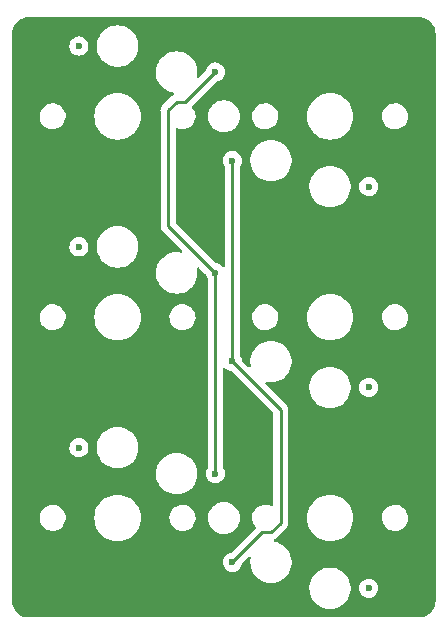
<source format=gbr>
%TF.GenerationSoftware,KiCad,Pcbnew,7.0.6-0*%
%TF.CreationDate,2023-08-01T13:24:21+08:00*%
%TF.ProjectId,thumb,7468756d-622e-46b6-9963-61645f706362,v1.0.0*%
%TF.SameCoordinates,Original*%
%TF.FileFunction,Copper,L1,Top*%
%TF.FilePolarity,Positive*%
%FSLAX46Y46*%
G04 Gerber Fmt 4.6, Leading zero omitted, Abs format (unit mm)*
G04 Created by KiCad (PCBNEW 7.0.6-0) date 2023-08-01 13:24:21*
%MOMM*%
%LPD*%
G01*
G04 APERTURE LIST*
%TA.AperFunction,ComponentPad*%
%ADD10C,0.600000*%
%TD*%
%TA.AperFunction,Conductor*%
%ADD11C,0.250000*%
%TD*%
G04 APERTURE END LIST*
D10*
%TO.P,S1,3*%
%TO.N,C5_R0D*%
X21275000Y28050000D03*
%TO.P,S1,4*%
%TO.N,C5*%
X9725000Y30250000D03*
%TD*%
%TO.P,S2,3*%
%TO.N,C5_R1D*%
X21275000Y11050000D03*
%TO.P,S2,4*%
%TO.N,C5*%
X9725000Y13250000D03*
%TD*%
%TO.P,S3,3*%
%TO.N,C5_R2D*%
X21275000Y-5950000D03*
%TO.P,S3,4*%
%TO.N,C5*%
X9725000Y-3750000D03*
%TD*%
%TO.P,S4,3*%
%TO.N,C6_R0D*%
X-3275000Y39950000D03*
%TO.P,S4,4*%
%TO.N,C6*%
X8275000Y37750000D03*
%TD*%
%TO.P,S5,3*%
%TO.N,C6_R1D*%
X-3275000Y22950000D03*
%TO.P,S5,4*%
%TO.N,C6*%
X8275000Y20750000D03*
%TD*%
%TO.P,S6,3*%
%TO.N,C6_R2D*%
X-3275000Y5950000D03*
%TO.P,S6,4*%
%TO.N,C6*%
X8275000Y3750000D03*
%TD*%
D11*
%TO.N,C5*%
X13800000Y9175000D02*
X9725000Y13250000D01*
X13007784Y-1225900D02*
X13800000Y-433684D01*
X13800000Y-433684D02*
X13800000Y9175000D01*
X9725000Y-3750000D02*
X12249100Y-1225900D01*
X12249100Y-1225900D02*
X13007784Y-1225900D01*
X9725000Y13250000D02*
X9725000Y30250000D01*
%TO.N,C6*%
X8275000Y20750000D02*
X8275000Y3750000D01*
X4274100Y34507784D02*
X4274100Y24750900D01*
X8275000Y37750000D02*
X5750900Y35225900D01*
X5750900Y35225900D02*
X4992216Y35225900D01*
X4992216Y35225900D02*
X4274100Y34507784D01*
X4274100Y24750900D02*
X8275000Y20750000D01*
%TD*%
%TA.AperFunction,NonConductor*%
G36*
X25502427Y42424309D02*
G01*
X25713113Y42407727D01*
X25732331Y42404683D01*
X25930705Y42357058D01*
X25949211Y42351045D01*
X26137694Y42272972D01*
X26155031Y42264139D01*
X26328981Y42157543D01*
X26344722Y42146106D01*
X26499859Y42013606D01*
X26513606Y41999859D01*
X26641029Y41850665D01*
X26646106Y41844722D01*
X26657543Y41828981D01*
X26764139Y41655031D01*
X26772972Y41637694D01*
X26851045Y41449211D01*
X26857058Y41430705D01*
X26904683Y41232331D01*
X26907727Y41213113D01*
X26924308Y41002425D01*
X26924499Y40997559D01*
X26924500Y-6975468D01*
X26924500Y-6997559D01*
X26924309Y-7002426D01*
X26907727Y-7213113D01*
X26904683Y-7232331D01*
X26857058Y-7430705D01*
X26851045Y-7449211D01*
X26772972Y-7637694D01*
X26764139Y-7655031D01*
X26657543Y-7828981D01*
X26646105Y-7844722D01*
X26513606Y-7999859D01*
X26499859Y-8013606D01*
X26350665Y-8141029D01*
X26344722Y-8146106D01*
X26328981Y-8157543D01*
X26155031Y-8264139D01*
X26137694Y-8272972D01*
X25949211Y-8351045D01*
X25930705Y-8357058D01*
X25732331Y-8404683D01*
X25713113Y-8407727D01*
X25502427Y-8424309D01*
X25497560Y-8424500D01*
X-7497560Y-8424500D01*
X-7502427Y-8424309D01*
X-7713113Y-8407727D01*
X-7732331Y-8404683D01*
X-7930705Y-8357058D01*
X-7949211Y-8351045D01*
X-8137694Y-8272972D01*
X-8155031Y-8264138D01*
X-8328977Y-8157543D01*
X-8344719Y-8146106D01*
X-8499852Y-8013610D01*
X-8513610Y-7999852D01*
X-8646106Y-7844719D01*
X-8657543Y-7828977D01*
X-8764138Y-7655031D01*
X-8772972Y-7637694D01*
X-8851045Y-7449211D01*
X-8857058Y-7430705D01*
X-8904683Y-7232331D01*
X-8907727Y-7213113D01*
X-8924309Y-7002426D01*
X-8924500Y-6997559D01*
X-8924500Y-6081187D01*
X16249500Y-6081187D01*
X16257016Y-6131047D01*
X16288604Y-6340615D01*
X16288605Y-6340617D01*
X16288606Y-6340623D01*
X16365938Y-6591326D01*
X16479767Y-6827696D01*
X16479768Y-6827697D01*
X16479770Y-6827700D01*
X16479772Y-6827704D01*
X16597242Y-7000000D01*
X16627567Y-7044479D01*
X16806014Y-7236801D01*
X16806018Y-7236804D01*
X16806019Y-7236805D01*
X17011143Y-7400386D01*
X17238357Y-7531568D01*
X17482584Y-7627420D01*
X17738370Y-7685802D01*
X17738376Y-7685802D01*
X17738379Y-7685803D01*
X17934500Y-7700500D01*
X17934506Y-7700500D01*
X18065500Y-7700500D01*
X18261620Y-7685803D01*
X18261622Y-7685802D01*
X18261630Y-7685802D01*
X18517416Y-7627420D01*
X18761643Y-7531568D01*
X18988857Y-7400386D01*
X19193981Y-7236805D01*
X19198133Y-7232331D01*
X19233945Y-7193733D01*
X19372433Y-7044479D01*
X19520228Y-6827704D01*
X19634063Y-6591323D01*
X19711396Y-6340615D01*
X19750500Y-6081182D01*
X19750500Y-5950003D01*
X20461384Y-5950003D01*
X20481781Y-6131041D01*
X20481782Y-6131046D01*
X20522949Y-6248693D01*
X20541957Y-6303015D01*
X20638889Y-6457281D01*
X20767719Y-6586111D01*
X20921985Y-6683043D01*
X21093953Y-6743217D01*
X21093958Y-6743218D01*
X21274996Y-6763616D01*
X21275000Y-6763616D01*
X21275004Y-6763616D01*
X21456041Y-6743218D01*
X21456044Y-6743217D01*
X21456047Y-6743217D01*
X21628015Y-6683043D01*
X21782281Y-6586111D01*
X21911111Y-6457281D01*
X22008043Y-6303015D01*
X22068217Y-6131047D01*
X22073835Y-6081187D01*
X22088616Y-5950003D01*
X22088616Y-5949996D01*
X22068218Y-5768958D01*
X22068217Y-5768953D01*
X22068216Y-5768953D01*
X22008043Y-5596985D01*
X21911111Y-5442719D01*
X21782281Y-5313889D01*
X21628015Y-5216957D01*
X21573693Y-5197949D01*
X21456046Y-5156782D01*
X21456041Y-5156781D01*
X21275004Y-5136384D01*
X21274996Y-5136384D01*
X21093958Y-5156781D01*
X21093953Y-5156782D01*
X20921982Y-5216958D01*
X20767718Y-5313889D01*
X20638889Y-5442718D01*
X20541958Y-5596982D01*
X20481782Y-5768953D01*
X20481781Y-5768958D01*
X20461384Y-5949996D01*
X20461384Y-5950003D01*
X19750500Y-5950003D01*
X19750500Y-5818818D01*
X19711396Y-5559385D01*
X19634063Y-5308677D01*
X19622121Y-5283880D01*
X19520232Y-5072303D01*
X19520231Y-5072302D01*
X19520230Y-5072301D01*
X19520228Y-5072296D01*
X19372433Y-4855521D01*
X19362188Y-4844479D01*
X19193985Y-4663198D01*
X19149467Y-4627696D01*
X18988857Y-4499614D01*
X18761643Y-4368432D01*
X18517416Y-4272580D01*
X18517411Y-4272578D01*
X18517402Y-4272576D01*
X18299818Y-4222914D01*
X18261630Y-4214198D01*
X18261629Y-4214197D01*
X18261625Y-4214197D01*
X18261620Y-4214196D01*
X18065500Y-4199500D01*
X18065494Y-4199500D01*
X17934506Y-4199500D01*
X17934500Y-4199500D01*
X17738379Y-4214196D01*
X17738374Y-4214197D01*
X17482597Y-4272576D01*
X17482578Y-4272582D01*
X17238356Y-4368432D01*
X17011143Y-4499614D01*
X16806014Y-4663198D01*
X16627567Y-4855520D01*
X16479768Y-5072302D01*
X16479767Y-5072303D01*
X16365938Y-5308673D01*
X16288606Y-5559376D01*
X16288605Y-5559381D01*
X16288604Y-5559385D01*
X16282937Y-5596982D01*
X16249500Y-5818812D01*
X16249500Y-6081187D01*
X-8924500Y-6081187D01*
X-8924500Y52645D01*
X-6605157Y52645D01*
X-6595148Y-157459D01*
X-6545558Y-361871D01*
X-6458179Y-553205D01*
X-6449651Y-565181D01*
X-6344606Y-712697D01*
X-6336169Y-724544D01*
X-6183937Y-869697D01*
X-6006986Y-983416D01*
X-5811712Y-1061593D01*
X-5646479Y-1093438D01*
X-5605172Y-1101400D01*
X-5605171Y-1101400D01*
X-5447539Y-1101400D01*
X-5447532Y-1101400D01*
X-5290611Y-1086416D01*
X-5088789Y-1027156D01*
X-4901830Y-930771D01*
X-4736490Y-800747D01*
X-4598745Y-641781D01*
X-4598743Y-641777D01*
X-4598740Y-641774D01*
X-4493574Y-459620D01*
X-4424779Y-260851D01*
X-4424778Y-260844D01*
X-4394843Y-52645D01*
X-4397351Y0D01*
X-1970019Y0D01*
X-1949967Y-280363D01*
X-1890219Y-555018D01*
X-1791992Y-818375D01*
X-1657285Y-1065073D01*
X-1488841Y-1290088D01*
X-1290088Y-1488841D01*
X-1065073Y-1657285D01*
X-818375Y-1791992D01*
X-555018Y-1890219D01*
X-280363Y-1949967D01*
X-70175Y-1965000D01*
X70175Y-1965000D01*
X280363Y-1949967D01*
X555018Y-1890219D01*
X818375Y-1791992D01*
X1065073Y-1657285D01*
X1290088Y-1488841D01*
X1488841Y-1290088D01*
X1657285Y-1065073D01*
X1791992Y-818375D01*
X1890219Y-555018D01*
X1949967Y-280363D01*
X1970019Y0D01*
X1966254Y52645D01*
X4394843Y52645D01*
X4404852Y-157459D01*
X4454442Y-361871D01*
X4499082Y-459619D01*
X4541820Y-553204D01*
X4541824Y-553210D01*
X4663826Y-724539D01*
X4663831Y-724544D01*
X4816063Y-869697D01*
X4993014Y-983416D01*
X5188288Y-1061593D01*
X5317084Y-1086416D01*
X5394828Y-1101400D01*
X5394829Y-1101400D01*
X5552461Y-1101400D01*
X5552468Y-1101400D01*
X5709389Y-1086416D01*
X5911211Y-1027156D01*
X6098170Y-930771D01*
X6263510Y-800747D01*
X6401255Y-641781D01*
X6506426Y-459619D01*
X6575222Y-260846D01*
X6605157Y-52645D01*
X6602649Y0D01*
X7644341Y0D01*
X7664936Y-235403D01*
X7664938Y-235413D01*
X7726094Y-463655D01*
X7726096Y-463659D01*
X7726097Y-463663D01*
X7767854Y-553210D01*
X7825964Y-677828D01*
X7825965Y-677830D01*
X7961505Y-871402D01*
X8128597Y-1038494D01*
X8322169Y-1174034D01*
X8322171Y-1174035D01*
X8536337Y-1273903D01*
X8764592Y-1335063D01*
X8941034Y-1350500D01*
X9058966Y-1350500D01*
X9235408Y-1335063D01*
X9463663Y-1273903D01*
X9677829Y-1174035D01*
X9871401Y-1038495D01*
X10038495Y-871401D01*
X10174035Y-677830D01*
X10273903Y-463663D01*
X10335063Y-235408D01*
X10355659Y0D01*
X10335063Y235408D01*
X10273903Y463663D01*
X10174035Y677829D01*
X10038495Y871401D01*
X9871401Y1038495D01*
X9677829Y1174035D01*
X9463663Y1273903D01*
X9235408Y1335063D01*
X9058966Y1350500D01*
X8941034Y1350500D01*
X8764592Y1335063D01*
X8536337Y1273903D01*
X8322171Y1174035D01*
X8322169Y1174034D01*
X8128597Y1038494D01*
X8020875Y930771D01*
X7961505Y871401D01*
X7960310Y869694D01*
X7825967Y677834D01*
X7825965Y677830D01*
X7726097Y463663D01*
X7726096Y463659D01*
X7726094Y463655D01*
X7664938Y235413D01*
X7664936Y235403D01*
X7644341Y0D01*
X6602649Y0D01*
X6595148Y157459D01*
X6545558Y361871D01*
X6458179Y553205D01*
X6395101Y641785D01*
X6336173Y724539D01*
X6336171Y724540D01*
X6336169Y724544D01*
X6183937Y869697D01*
X6006986Y983416D01*
X5811712Y1061593D01*
X5646479Y1093438D01*
X5605172Y1101400D01*
X5605171Y1101400D01*
X5447532Y1101400D01*
X5290611Y1086416D01*
X5088789Y1027156D01*
X4901830Y930771D01*
X4736490Y800747D01*
X4598745Y641781D01*
X4598743Y641777D01*
X4598740Y641774D01*
X4493574Y459620D01*
X4424779Y260851D01*
X4424778Y260847D01*
X4424778Y260846D01*
X4394843Y52645D01*
X1966254Y52645D01*
X1949967Y280363D01*
X1890219Y555018D01*
X1791992Y818375D01*
X1657285Y1065073D01*
X1488841Y1290088D01*
X1290088Y1488841D01*
X1065073Y1657285D01*
X818375Y1791992D01*
X555018Y1890219D01*
X280363Y1949967D01*
X70175Y1965000D01*
X-70175Y1965000D01*
X-280363Y1949967D01*
X-555018Y1890219D01*
X-818375Y1791992D01*
X-1065073Y1657285D01*
X-1290088Y1488841D01*
X-1488841Y1290088D01*
X-1657285Y1065073D01*
X-1791992Y818375D01*
X-1890219Y555018D01*
X-1949967Y280363D01*
X-1970019Y0D01*
X-4397351Y0D01*
X-4404852Y157459D01*
X-4454442Y361871D01*
X-4509229Y481839D01*
X-4541820Y553204D01*
X-4541824Y553210D01*
X-4663826Y724539D01*
X-4663832Y724545D01*
X-4816060Y869694D01*
X-4816063Y869697D01*
X-4993014Y983416D01*
X-5188288Y1061593D01*
X-5343193Y1091448D01*
X-5394828Y1101400D01*
X-5394829Y1101400D01*
X-5552468Y1101400D01*
X-5709389Y1086416D01*
X-5911211Y1027156D01*
X-6098170Y930771D01*
X-6263510Y800747D01*
X-6401255Y641781D01*
X-6506426Y459619D01*
X-6575222Y260846D01*
X-6605157Y52645D01*
X-8924500Y52645D01*
X-8924500Y3618812D01*
X3249500Y3618812D01*
X3273853Y3457247D01*
X3288604Y3359385D01*
X3288605Y3359382D01*
X3288606Y3359376D01*
X3365938Y3108673D01*
X3479767Y2872303D01*
X3479768Y2872302D01*
X3627567Y2655520D01*
X3806014Y2463198D01*
X4011143Y2299614D01*
X4238356Y2168432D01*
X4482578Y2072582D01*
X4482597Y2072576D01*
X4738374Y2014197D01*
X4738379Y2014196D01*
X4934500Y1999500D01*
X4934506Y1999500D01*
X5065500Y1999500D01*
X5261620Y2014196D01*
X5261625Y2014197D01*
X5261629Y2014197D01*
X5261630Y2014198D01*
X5299818Y2022914D01*
X5517402Y2072576D01*
X5517411Y2072578D01*
X5517416Y2072580D01*
X5761643Y2168432D01*
X5988857Y2299614D01*
X6193981Y2463195D01*
X6193985Y2463198D01*
X6372432Y2655520D01*
X6372433Y2655521D01*
X6520228Y2872296D01*
X6520231Y2872302D01*
X6520232Y2872303D01*
X6634061Y3108673D01*
X6634063Y3108677D01*
X6711396Y3359385D01*
X6750500Y3618818D01*
X6750500Y3881182D01*
X6711396Y4140615D01*
X6634063Y4391323D01*
X6520228Y4627704D01*
X6372433Y4844479D01*
X6193981Y5036805D01*
X5988857Y5200386D01*
X5761643Y5331568D01*
X5517416Y5427420D01*
X5261630Y5485802D01*
X5261622Y5485802D01*
X5261620Y5485803D01*
X5065500Y5500500D01*
X5065494Y5500500D01*
X4934506Y5500500D01*
X4934500Y5500500D01*
X4738379Y5485803D01*
X4738376Y5485802D01*
X4738370Y5485802D01*
X4482584Y5427420D01*
X4238357Y5331568D01*
X4011143Y5200386D01*
X3806019Y5036805D01*
X3806014Y5036801D01*
X3627567Y4844479D01*
X3479772Y4627704D01*
X3479770Y4627700D01*
X3479768Y4627697D01*
X3479767Y4627696D01*
X3365938Y4391326D01*
X3306768Y4199500D01*
X3288604Y4140615D01*
X3282937Y4103015D01*
X3249500Y3881187D01*
X3249500Y3618812D01*
X-8924500Y3618812D01*
X-8924500Y5949996D01*
X-4088616Y5949996D01*
X-4073835Y5818812D01*
X-4068217Y5768953D01*
X-4008043Y5596985D01*
X-3911111Y5442719D01*
X-3782281Y5313889D01*
X-3628015Y5216957D01*
X-3580658Y5200386D01*
X-3456046Y5156782D01*
X-3456041Y5156781D01*
X-3275004Y5136384D01*
X-3275000Y5136384D01*
X-3274996Y5136384D01*
X-3093958Y5156781D01*
X-3093953Y5156782D01*
X-2921982Y5216958D01*
X-2767718Y5313889D01*
X-2638889Y5442718D01*
X-2541958Y5596982D01*
X-2481782Y5768953D01*
X-2481781Y5768958D01*
X-2476163Y5818818D01*
X-1750500Y5818818D01*
X-1711396Y5559385D01*
X-1634063Y5308677D01*
X-1634061Y5308673D01*
X-1520232Y5072303D01*
X-1520231Y5072302D01*
X-1520228Y5072296D01*
X-1372433Y4855521D01*
X-1372432Y4855520D01*
X-1193985Y4663198D01*
X-1193981Y4663195D01*
X-988857Y4499614D01*
X-761643Y4368432D01*
X-517416Y4272580D01*
X-517411Y4272578D01*
X-517402Y4272576D01*
X-299818Y4222914D01*
X-261630Y4214198D01*
X-261629Y4214197D01*
X-261625Y4214197D01*
X-261620Y4214196D01*
X-65500Y4199500D01*
X-65494Y4199500D01*
X65500Y4199500D01*
X261620Y4214196D01*
X261625Y4214197D01*
X261629Y4214197D01*
X261630Y4214198D01*
X299818Y4222914D01*
X517402Y4272576D01*
X517411Y4272578D01*
X517416Y4272580D01*
X761643Y4368432D01*
X988857Y4499614D01*
X1193981Y4663195D01*
X1193985Y4663198D01*
X1372432Y4855520D01*
X1372433Y4855521D01*
X1520228Y5072296D01*
X1520231Y5072302D01*
X1520232Y5072303D01*
X1634061Y5308673D01*
X1634063Y5308677D01*
X1711396Y5559385D01*
X1750500Y5818818D01*
X1750500Y6081182D01*
X1711396Y6340615D01*
X1634063Y6591323D01*
X1520228Y6827704D01*
X1372433Y7044479D01*
X1193981Y7236805D01*
X988857Y7400386D01*
X761643Y7531568D01*
X517416Y7627420D01*
X261630Y7685802D01*
X261622Y7685802D01*
X261620Y7685803D01*
X65500Y7700500D01*
X65494Y7700500D01*
X-65494Y7700500D01*
X-65500Y7700500D01*
X-261620Y7685803D01*
X-261622Y7685802D01*
X-261630Y7685802D01*
X-517416Y7627420D01*
X-761643Y7531568D01*
X-988857Y7400386D01*
X-1193981Y7236805D01*
X-1372433Y7044479D01*
X-1520228Y6827704D01*
X-1634063Y6591323D01*
X-1711396Y6340615D01*
X-1750500Y6081182D01*
X-1750500Y5818818D01*
X-2476163Y5818818D01*
X-2461384Y5949996D01*
X-2461384Y5950003D01*
X-2481781Y6131041D01*
X-2481782Y6131046D01*
X-2541958Y6303017D01*
X-2638889Y6457281D01*
X-2767718Y6586110D01*
X-2767719Y6586111D01*
X-2921985Y6683043D01*
X-3093953Y6743217D01*
X-3093958Y6743218D01*
X-3274996Y6763616D01*
X-3275004Y6763616D01*
X-3456041Y6743218D01*
X-3456044Y6743217D01*
X-3456047Y6743217D01*
X-3628015Y6683043D01*
X-3782281Y6586111D01*
X-3911111Y6457281D01*
X-4008043Y6303015D01*
X-4068217Y6131047D01*
X-4068217Y6131046D01*
X-4068218Y6131041D01*
X-4088616Y5950003D01*
X-4088616Y5949996D01*
X-8924500Y5949996D01*
X-8924500Y17052645D01*
X-6605157Y17052645D01*
X-6595148Y16842541D01*
X-6545558Y16638129D01*
X-6500917Y16540379D01*
X-6458179Y16446795D01*
X-6458175Y16446789D01*
X-6336173Y16275460D01*
X-6336169Y16275456D01*
X-6183937Y16130303D01*
X-6006986Y16016584D01*
X-6006984Y16016583D01*
X-5811721Y15938410D01*
X-5811714Y15938407D01*
X-5811712Y15938407D01*
X-5811709Y15938406D01*
X-5811708Y15938406D01*
X-5605172Y15898600D01*
X-5605171Y15898600D01*
X-5447539Y15898600D01*
X-5447532Y15898600D01*
X-5290611Y15913584D01*
X-5290607Y15913585D01*
X-5088791Y15972843D01*
X-4901831Y16069228D01*
X-4736490Y16199252D01*
X-4736489Y16199253D01*
X-4598749Y16358214D01*
X-4598740Y16358225D01*
X-4493574Y16540379D01*
X-4424779Y16739148D01*
X-4424778Y16739155D01*
X-4394843Y16947357D01*
X-4397351Y17000000D01*
X-1970019Y17000000D01*
X-1949967Y16719637D01*
X-1890219Y16444982D01*
X-1791992Y16181625D01*
X-1791991Y16181623D01*
X-1791989Y16181619D01*
X-1657288Y15934932D01*
X-1657283Y15934924D01*
X-1488847Y15709919D01*
X-1488831Y15709901D01*
X-1290098Y15511168D01*
X-1290080Y15511152D01*
X-1065075Y15342716D01*
X-1065067Y15342711D01*
X-818380Y15208010D01*
X-818376Y15208008D01*
X-718532Y15170768D01*
X-555018Y15109781D01*
X-555014Y15109780D01*
X-555011Y15109779D01*
X-280371Y15050034D01*
X-280364Y15050033D01*
X-70175Y15035000D01*
X70175Y15035000D01*
X280364Y15050033D01*
X280371Y15050034D01*
X555011Y15109779D01*
X555014Y15109780D01*
X555018Y15109781D01*
X718532Y15170768D01*
X818376Y15208008D01*
X818380Y15208010D01*
X1065067Y15342711D01*
X1065075Y15342716D01*
X1290080Y15511152D01*
X1290098Y15511168D01*
X1488831Y15709901D01*
X1488847Y15709919D01*
X1657283Y15934924D01*
X1657288Y15934932D01*
X1791989Y16181619D01*
X1791991Y16181623D01*
X1791992Y16181625D01*
X1890219Y16444982D01*
X1949967Y16719637D01*
X1970019Y17000000D01*
X1966254Y17052645D01*
X4394843Y17052645D01*
X4404852Y16842541D01*
X4454442Y16638130D01*
X4541820Y16446795D01*
X4541824Y16446789D01*
X4663826Y16275460D01*
X4663832Y16275454D01*
X4816060Y16130305D01*
X4816061Y16130304D01*
X4816063Y16130303D01*
X4904538Y16073443D01*
X4993015Y16016583D01*
X5188278Y15938410D01*
X5188291Y15938406D01*
X5394828Y15898600D01*
X5394829Y15898600D01*
X5552461Y15898600D01*
X5552468Y15898600D01*
X5709389Y15913584D01*
X5911211Y15972844D01*
X6098170Y16069229D01*
X6218600Y16163936D01*
X6263509Y16199252D01*
X6263510Y16199253D01*
X6263509Y16199253D01*
X6401255Y16358219D01*
X6401257Y16358222D01*
X6401259Y16358225D01*
X6506425Y16540379D01*
X6575220Y16739148D01*
X6575222Y16739154D01*
X6605157Y16947355D01*
X6595148Y17157459D01*
X6545558Y17361871D01*
X6458179Y17553205D01*
X6336169Y17724544D01*
X6183937Y17869697D01*
X6006986Y17983416D01*
X5811712Y18061593D01*
X5646479Y18093438D01*
X5605172Y18101400D01*
X5605171Y18101400D01*
X5447532Y18101400D01*
X5290611Y18086416D01*
X5088789Y18027156D01*
X4901830Y17930771D01*
X4736490Y17800747D01*
X4598745Y17641781D01*
X4598743Y17641777D01*
X4598740Y17641774D01*
X4493574Y17459620D01*
X4424779Y17260851D01*
X4424778Y17260847D01*
X4424778Y17260846D01*
X4394843Y17052645D01*
X1966254Y17052645D01*
X1949967Y17280363D01*
X1890219Y17555018D01*
X1791992Y17818375D01*
X1657285Y18065073D01*
X1488841Y18290088D01*
X1290088Y18488841D01*
X1065073Y18657285D01*
X818375Y18791992D01*
X555018Y18890219D01*
X280363Y18949967D01*
X70175Y18965000D01*
X-70175Y18965000D01*
X-280363Y18949967D01*
X-555018Y18890219D01*
X-818375Y18791992D01*
X-1065073Y18657285D01*
X-1290088Y18488841D01*
X-1488841Y18290088D01*
X-1657285Y18065073D01*
X-1791992Y17818375D01*
X-1890219Y17555018D01*
X-1949967Y17280363D01*
X-1970019Y17000000D01*
X-4397351Y17000000D01*
X-4399859Y17052645D01*
X-4404852Y17157459D01*
X-4454442Y17361871D01*
X-4509229Y17481839D01*
X-4541820Y17553204D01*
X-4541824Y17553210D01*
X-4663826Y17724539D01*
X-4663832Y17724545D01*
X-4816060Y17869694D01*
X-4816063Y17869697D01*
X-4993014Y17983416D01*
X-5188288Y18061593D01*
X-5343193Y18091448D01*
X-5394828Y18101400D01*
X-5394829Y18101400D01*
X-5552468Y18101400D01*
X-5709389Y18086416D01*
X-5911211Y18027156D01*
X-6098170Y17930771D01*
X-6263510Y17800747D01*
X-6401255Y17641781D01*
X-6506426Y17459619D01*
X-6575222Y17260846D01*
X-6605157Y17052645D01*
X-8924500Y17052645D01*
X-8924500Y20618812D01*
X3249500Y20618812D01*
X3273853Y20457247D01*
X3288604Y20359385D01*
X3288605Y20359382D01*
X3288606Y20359376D01*
X3365938Y20108673D01*
X3479767Y19872303D01*
X3479768Y19872302D01*
X3627567Y19655520D01*
X3806014Y19463198D01*
X4011143Y19299614D01*
X4238356Y19168432D01*
X4482578Y19072582D01*
X4482597Y19072576D01*
X4738374Y19014197D01*
X4738379Y19014196D01*
X4934500Y18999500D01*
X4934506Y18999500D01*
X5065500Y18999500D01*
X5261620Y19014196D01*
X5261625Y19014197D01*
X5261629Y19014197D01*
X5261630Y19014198D01*
X5299818Y19022914D01*
X5517402Y19072576D01*
X5517411Y19072578D01*
X5517416Y19072580D01*
X5761643Y19168432D01*
X5988857Y19299614D01*
X6193981Y19463195D01*
X6193985Y19463198D01*
X6372432Y19655520D01*
X6372433Y19655521D01*
X6520228Y19872296D01*
X6520231Y19872302D01*
X6520232Y19872303D01*
X6634061Y20108673D01*
X6634063Y20108677D01*
X6711396Y20359385D01*
X6750500Y20618818D01*
X6750500Y20881182D01*
X6718383Y21094255D01*
X6727855Y21163475D01*
X6773250Y21216589D01*
X6840153Y21236730D01*
X6907325Y21217503D01*
X6928679Y21200414D01*
X7441151Y20687943D01*
X7474636Y20626620D01*
X7476690Y20614147D01*
X7481782Y20568956D01*
X7481782Y20568953D01*
X7541958Y20396982D01*
X7622494Y20268811D01*
X7641500Y20202839D01*
X7641500Y4297160D01*
X7622493Y4231188D01*
X7541960Y4103022D01*
X7541958Y4103019D01*
X7481782Y3931046D01*
X7481781Y3931041D01*
X7461384Y3750003D01*
X7461384Y3749996D01*
X7481781Y3568958D01*
X7481782Y3568953D01*
X7541958Y3396982D01*
X7638889Y3242718D01*
X7767718Y3113889D01*
X7921982Y3016958D01*
X8093953Y2956782D01*
X8093958Y2956781D01*
X8274996Y2936384D01*
X8275000Y2936384D01*
X8275004Y2936384D01*
X8456041Y2956781D01*
X8456046Y2956782D01*
X8573693Y2997949D01*
X8628015Y3016957D01*
X8782281Y3113889D01*
X8911111Y3242719D01*
X9008043Y3396985D01*
X9068217Y3568953D01*
X9073835Y3618812D01*
X9088616Y3749996D01*
X9088616Y3750003D01*
X9068218Y3931041D01*
X9068217Y3931046D01*
X9068217Y3931047D01*
X9008043Y4103015D01*
X9008041Y4103017D01*
X9008041Y4103019D01*
X9008039Y4103022D01*
X8927507Y4231188D01*
X8908500Y4297160D01*
X8908500Y12623746D01*
X8928185Y12690785D01*
X8980989Y12736540D01*
X9050147Y12746484D01*
X9113703Y12717459D01*
X9120181Y12711427D01*
X9217718Y12613889D01*
X9371983Y12516957D01*
X9543953Y12456783D01*
X9589149Y12451690D01*
X9653562Y12424622D01*
X9662943Y12416151D01*
X13130181Y8948914D01*
X13163666Y8887591D01*
X13166500Y8861233D01*
X13166500Y1102765D01*
X13146815Y1035726D01*
X13094011Y989971D01*
X13024853Y980027D01*
X12996419Y987646D01*
X12811712Y1061593D01*
X12646479Y1093438D01*
X12605172Y1101400D01*
X12605171Y1101400D01*
X12447532Y1101400D01*
X12290611Y1086416D01*
X12088789Y1027156D01*
X11901830Y930771D01*
X11736490Y800747D01*
X11598745Y641781D01*
X11598743Y641777D01*
X11598740Y641774D01*
X11493574Y459620D01*
X11424779Y260851D01*
X11424778Y260847D01*
X11424778Y260846D01*
X11394843Y52645D01*
X11404852Y-157459D01*
X11454442Y-361871D01*
X11499082Y-459619D01*
X11541820Y-553204D01*
X11541824Y-553210D01*
X11657307Y-715383D01*
X11663831Y-724544D01*
X11669557Y-730003D01*
X11704491Y-790511D01*
X11701166Y-860302D01*
X11671667Y-907426D01*
X9662942Y-2916151D01*
X9601619Y-2949636D01*
X9589146Y-2951690D01*
X9543955Y-2956782D01*
X9371982Y-3016958D01*
X9217718Y-3113889D01*
X9088889Y-3242718D01*
X8991958Y-3396982D01*
X8931782Y-3568953D01*
X8931781Y-3568958D01*
X8911384Y-3749996D01*
X8911384Y-3750003D01*
X8931781Y-3931041D01*
X8931782Y-3931046D01*
X8972949Y-4048693D01*
X8991957Y-4103015D01*
X9088889Y-4257281D01*
X9217719Y-4386111D01*
X9371985Y-4483043D01*
X9543953Y-4543217D01*
X9543958Y-4543218D01*
X9724996Y-4563616D01*
X9725000Y-4563616D01*
X9725004Y-4563616D01*
X9906041Y-4543218D01*
X9906044Y-4543217D01*
X9906047Y-4543217D01*
X10078015Y-4483043D01*
X10232281Y-4386111D01*
X10361111Y-4257281D01*
X10458043Y-4103015D01*
X10518217Y-3931047D01*
X10523309Y-3885851D01*
X10550374Y-3821439D01*
X10558838Y-3812064D01*
X11071322Y-3299580D01*
X11132643Y-3266097D01*
X11202335Y-3271081D01*
X11258268Y-3312953D01*
X11282685Y-3378417D01*
X11281616Y-3405745D01*
X11249500Y-3618812D01*
X11249500Y-3881187D01*
X11257016Y-3931047D01*
X11288604Y-4140615D01*
X11288605Y-4140617D01*
X11288606Y-4140623D01*
X11365938Y-4391326D01*
X11479767Y-4627696D01*
X11479768Y-4627697D01*
X11479770Y-4627700D01*
X11479772Y-4627704D01*
X11627566Y-4844478D01*
X11627567Y-4844479D01*
X11806014Y-5036801D01*
X11806018Y-5036804D01*
X11806019Y-5036805D01*
X12011143Y-5200386D01*
X12238357Y-5331568D01*
X12482584Y-5427420D01*
X12738370Y-5485802D01*
X12738376Y-5485802D01*
X12738379Y-5485803D01*
X12934500Y-5500500D01*
X12934506Y-5500500D01*
X13065500Y-5500500D01*
X13261620Y-5485803D01*
X13261622Y-5485802D01*
X13261630Y-5485802D01*
X13517416Y-5427420D01*
X13761643Y-5331568D01*
X13988857Y-5200386D01*
X14193981Y-5036805D01*
X14372433Y-4844479D01*
X14520228Y-4627704D01*
X14634063Y-4391323D01*
X14711396Y-4140615D01*
X14750500Y-3881182D01*
X14750500Y-3618818D01*
X14711396Y-3359385D01*
X14634063Y-3108677D01*
X14622121Y-3083880D01*
X14520232Y-2872303D01*
X14520231Y-2872302D01*
X14520230Y-2872301D01*
X14520228Y-2872296D01*
X14372433Y-2655521D01*
X14362441Y-2644753D01*
X14193985Y-2463198D01*
X14154533Y-2431736D01*
X13988857Y-2299614D01*
X13761643Y-2168432D01*
X13517416Y-2072580D01*
X13517407Y-2072578D01*
X13517404Y-2072577D01*
X13319105Y-2027316D01*
X13258127Y-1993207D01*
X13225269Y-1931546D01*
X13230964Y-1861908D01*
X13273404Y-1806405D01*
X13301054Y-1791132D01*
X13315401Y-1785452D01*
X13353610Y-1757690D01*
X13358488Y-1754485D01*
X13399146Y-1730442D01*
X13413586Y-1716000D01*
X13428376Y-1703370D01*
X13444891Y-1691372D01*
X13475006Y-1654967D01*
X13478910Y-1650676D01*
X14188815Y-940771D01*
X14201180Y-930867D01*
X14201006Y-930657D01*
X14207012Y-925687D01*
X14207018Y-925684D01*
X14254999Y-874588D01*
X14276135Y-853453D01*
X14280458Y-847879D01*
X14284257Y-843431D01*
X14316585Y-809006D01*
X14321126Y-800747D01*
X14326420Y-791114D01*
X14337098Y-774858D01*
X14349614Y-758724D01*
X14368374Y-715370D01*
X14370935Y-710142D01*
X14393695Y-668744D01*
X14398774Y-648958D01*
X14405072Y-630566D01*
X14413181Y-611829D01*
X14420569Y-565181D01*
X14421751Y-559470D01*
X14433500Y-513714D01*
X14433500Y-493299D01*
X14435027Y-473898D01*
X14436648Y-463663D01*
X14438220Y-453741D01*
X14433775Y-406717D01*
X14433500Y-400879D01*
X14433500Y-1D01*
X16029981Y-1D01*
X16050033Y-280364D01*
X16050034Y-280371D01*
X16109779Y-555011D01*
X16109781Y-555018D01*
X16155589Y-677834D01*
X16208008Y-818376D01*
X16208010Y-818380D01*
X16342711Y-1065067D01*
X16342716Y-1065075D01*
X16511152Y-1290080D01*
X16511168Y-1290098D01*
X16709901Y-1488831D01*
X16709919Y-1488847D01*
X16934924Y-1657283D01*
X16934932Y-1657288D01*
X17181619Y-1791989D01*
X17181623Y-1791991D01*
X17181625Y-1791992D01*
X17444982Y-1890219D01*
X17719637Y-1949967D01*
X17929825Y-1965000D01*
X18070175Y-1965000D01*
X18280363Y-1949967D01*
X18555018Y-1890219D01*
X18818375Y-1791992D01*
X19065073Y-1657285D01*
X19290088Y-1488841D01*
X19488841Y-1290088D01*
X19657285Y-1065073D01*
X19791992Y-818375D01*
X19890219Y-555018D01*
X19949967Y-280363D01*
X19970019Y0D01*
X19966254Y52645D01*
X22394843Y52645D01*
X22404852Y-157459D01*
X22454442Y-361871D01*
X22499082Y-459619D01*
X22541820Y-553204D01*
X22541824Y-553210D01*
X22663826Y-724539D01*
X22663831Y-724544D01*
X22816063Y-869697D01*
X22993014Y-983416D01*
X23188288Y-1061593D01*
X23317084Y-1086416D01*
X23394828Y-1101400D01*
X23394829Y-1101400D01*
X23552461Y-1101400D01*
X23552468Y-1101400D01*
X23709389Y-1086416D01*
X23911211Y-1027156D01*
X24098170Y-930771D01*
X24263510Y-800747D01*
X24401255Y-641781D01*
X24506426Y-459619D01*
X24575222Y-260846D01*
X24605157Y-52645D01*
X24595148Y157459D01*
X24545558Y361871D01*
X24458179Y553205D01*
X24395101Y641785D01*
X24336173Y724539D01*
X24336171Y724540D01*
X24336169Y724544D01*
X24183937Y869697D01*
X24006986Y983416D01*
X23811712Y1061593D01*
X23646479Y1093438D01*
X23605172Y1101400D01*
X23605171Y1101400D01*
X23447532Y1101400D01*
X23290611Y1086416D01*
X23088789Y1027156D01*
X22901830Y930771D01*
X22736490Y800747D01*
X22598745Y641781D01*
X22598743Y641777D01*
X22598740Y641774D01*
X22493574Y459620D01*
X22424779Y260851D01*
X22424778Y260847D01*
X22424778Y260846D01*
X22394843Y52645D01*
X19966254Y52645D01*
X19949967Y280363D01*
X19890219Y555018D01*
X19791992Y818375D01*
X19657285Y1065073D01*
X19488841Y1290088D01*
X19290088Y1488841D01*
X19065073Y1657285D01*
X18818375Y1791992D01*
X18555018Y1890219D01*
X18280363Y1949967D01*
X18070175Y1965000D01*
X17929825Y1965000D01*
X17719637Y1949967D01*
X17444982Y1890219D01*
X17181625Y1791992D01*
X17181623Y1791991D01*
X17181619Y1791989D01*
X16934932Y1657288D01*
X16934924Y1657283D01*
X16709919Y1488847D01*
X16709901Y1488831D01*
X16511168Y1290098D01*
X16511152Y1290080D01*
X16342716Y1065075D01*
X16342711Y1065067D01*
X16208010Y818380D01*
X16208008Y818376D01*
X16173011Y724545D01*
X16109781Y555018D01*
X16109780Y555014D01*
X16109779Y555011D01*
X16050034Y280371D01*
X16050033Y280364D01*
X16029981Y1D01*
X16029981Y-1D01*
X14433500Y-1D01*
X14433500Y9091366D01*
X14435238Y9107113D01*
X14434968Y9107139D01*
X14435701Y9114905D01*
X14435702Y9114909D01*
X14433499Y9184958D01*
X14433500Y9214856D01*
X14432613Y9221864D01*
X14432156Y9227685D01*
X14430673Y9274890D01*
X14424980Y9294482D01*
X14421032Y9313543D01*
X14420950Y9314196D01*
X14418474Y9333797D01*
X14401081Y9377722D01*
X14399201Y9383212D01*
X14386018Y9428593D01*
X14375626Y9446163D01*
X14367064Y9463643D01*
X14359555Y9482609D01*
X14359552Y9482617D01*
X14331782Y9520836D01*
X14328590Y9525696D01*
X14304542Y9566363D01*
X14290101Y9580803D01*
X14277470Y9595591D01*
X14265472Y9612107D01*
X14229071Y9642219D01*
X14224771Y9646132D01*
X12952091Y10918812D01*
X16249500Y10918812D01*
X16273853Y10757247D01*
X16288604Y10659385D01*
X16288605Y10659382D01*
X16288606Y10659376D01*
X16365938Y10408673D01*
X16479767Y10172303D01*
X16479768Y10172302D01*
X16627567Y9955520D01*
X16806014Y9763198D01*
X17011143Y9599614D01*
X17238356Y9468432D01*
X17482578Y9372582D01*
X17482597Y9372576D01*
X17738374Y9314197D01*
X17738379Y9314196D01*
X17934500Y9299500D01*
X17934506Y9299500D01*
X18065500Y9299500D01*
X18261620Y9314196D01*
X18261625Y9314197D01*
X18261629Y9314197D01*
X18261630Y9314198D01*
X18299818Y9322914D01*
X18517402Y9372576D01*
X18517411Y9372578D01*
X18517416Y9372580D01*
X18761643Y9468432D01*
X18988857Y9599614D01*
X19193981Y9763195D01*
X19193985Y9763198D01*
X19372432Y9955520D01*
X19372433Y9955521D01*
X19520228Y10172296D01*
X19520231Y10172302D01*
X19520232Y10172303D01*
X19634061Y10408673D01*
X19634063Y10408677D01*
X19711396Y10659385D01*
X19750500Y10918818D01*
X19750500Y11049996D01*
X20461384Y11049996D01*
X20481781Y10868958D01*
X20481782Y10868953D01*
X20541958Y10696982D01*
X20638889Y10542718D01*
X20767718Y10413889D01*
X20921982Y10316958D01*
X21093953Y10256782D01*
X21093958Y10256781D01*
X21274996Y10236384D01*
X21275000Y10236384D01*
X21275004Y10236384D01*
X21456041Y10256781D01*
X21456046Y10256782D01*
X21573693Y10297949D01*
X21628015Y10316957D01*
X21782281Y10413889D01*
X21911111Y10542719D01*
X22008043Y10696985D01*
X22068217Y10868953D01*
X22073835Y10918812D01*
X22088616Y11049996D01*
X22088616Y11050003D01*
X22068218Y11231041D01*
X22068217Y11231046D01*
X22068217Y11231047D01*
X22008043Y11403015D01*
X21911111Y11557281D01*
X21782281Y11686111D01*
X21628015Y11783043D01*
X21456047Y11843217D01*
X21456044Y11843217D01*
X21456041Y11843218D01*
X21275004Y11863616D01*
X21274996Y11863616D01*
X21093958Y11843218D01*
X21093953Y11843217D01*
X20921985Y11783043D01*
X20767719Y11686111D01*
X20767718Y11686110D01*
X20638889Y11557281D01*
X20541958Y11403017D01*
X20481782Y11231046D01*
X20481781Y11231041D01*
X20461384Y11050003D01*
X20461384Y11049996D01*
X19750500Y11049996D01*
X19750500Y11181182D01*
X19711396Y11440615D01*
X19634063Y11691323D01*
X19520228Y11927704D01*
X19372433Y12144479D01*
X19193981Y12336805D01*
X18988857Y12500386D01*
X18761643Y12631568D01*
X18517416Y12727420D01*
X18261630Y12785802D01*
X18261622Y12785802D01*
X18261620Y12785803D01*
X18065500Y12800500D01*
X18065494Y12800500D01*
X17934506Y12800500D01*
X17934500Y12800500D01*
X17738379Y12785803D01*
X17738376Y12785802D01*
X17738370Y12785802D01*
X17482584Y12727420D01*
X17238357Y12631568D01*
X17011143Y12500386D01*
X16806019Y12336805D01*
X16806014Y12336801D01*
X16627567Y12144479D01*
X16479772Y11927704D01*
X16479770Y11927700D01*
X16479768Y11927697D01*
X16479767Y11927696D01*
X16365938Y11691326D01*
X16292653Y11453740D01*
X16288604Y11440615D01*
X16282937Y11403017D01*
X16249500Y11181187D01*
X16249500Y10918812D01*
X12952091Y10918812D01*
X12548176Y11322727D01*
X12514693Y11384048D01*
X12519677Y11453740D01*
X12561549Y11509673D01*
X12627013Y11534090D01*
X12663450Y11531297D01*
X12738371Y11514197D01*
X12738379Y11514196D01*
X12934500Y11499500D01*
X12934506Y11499500D01*
X13065500Y11499500D01*
X13261620Y11514196D01*
X13261625Y11514197D01*
X13261629Y11514197D01*
X13261630Y11514198D01*
X13299818Y11522914D01*
X13517402Y11572576D01*
X13517411Y11572578D01*
X13517416Y11572580D01*
X13761643Y11668432D01*
X13988857Y11799614D01*
X14193981Y11963195D01*
X14193985Y11963198D01*
X14372432Y12155520D01*
X14372433Y12155521D01*
X14520228Y12372296D01*
X14520231Y12372302D01*
X14520232Y12372303D01*
X14634061Y12608673D01*
X14634063Y12608677D01*
X14711396Y12859385D01*
X14750500Y13118818D01*
X14750500Y13381182D01*
X14711396Y13640615D01*
X14634063Y13891323D01*
X14520228Y14127704D01*
X14372433Y14344479D01*
X14193981Y14536805D01*
X13988857Y14700386D01*
X13761643Y14831568D01*
X13517416Y14927420D01*
X13261630Y14985802D01*
X13261622Y14985802D01*
X13261620Y14985803D01*
X13065500Y15000500D01*
X13065494Y15000500D01*
X12934506Y15000500D01*
X12934500Y15000500D01*
X12738379Y14985803D01*
X12738376Y14985802D01*
X12738370Y14985802D01*
X12482584Y14927420D01*
X12238357Y14831568D01*
X12011143Y14700386D01*
X11806019Y14536805D01*
X11806014Y14536801D01*
X11627567Y14344479D01*
X11479772Y14127704D01*
X11479770Y14127700D01*
X11479768Y14127697D01*
X11479767Y14127696D01*
X11365938Y13891326D01*
X11324591Y13757281D01*
X11288604Y13640615D01*
X11282938Y13603022D01*
X11249500Y13381187D01*
X11249500Y13118812D01*
X11281616Y12905746D01*
X11272143Y12836521D01*
X11226749Y12783407D01*
X11159845Y12763267D01*
X11092673Y12782495D01*
X11071325Y12799578D01*
X10558845Y13312058D01*
X10525362Y13373379D01*
X10523310Y13385834D01*
X10518217Y13431047D01*
X10458043Y13603015D01*
X10458039Y13603022D01*
X10377507Y13731188D01*
X10358500Y13797160D01*
X10358500Y17052645D01*
X11394843Y17052645D01*
X11404852Y16842541D01*
X11454442Y16638130D01*
X11541820Y16446795D01*
X11541824Y16446789D01*
X11663826Y16275460D01*
X11663832Y16275454D01*
X11816060Y16130305D01*
X11816061Y16130304D01*
X11816063Y16130303D01*
X11904538Y16073443D01*
X11993015Y16016583D01*
X12188278Y15938410D01*
X12188291Y15938406D01*
X12394828Y15898600D01*
X12394829Y15898600D01*
X12552461Y15898600D01*
X12552468Y15898600D01*
X12709389Y15913584D01*
X12911211Y15972844D01*
X13098170Y16069229D01*
X13218600Y16163936D01*
X13263509Y16199252D01*
X13263510Y16199253D01*
X13401255Y16358219D01*
X13401257Y16358222D01*
X13401259Y16358225D01*
X13506425Y16540379D01*
X13575220Y16739148D01*
X13575222Y16739154D01*
X13605157Y16947355D01*
X13602649Y16999998D01*
X16029981Y16999998D01*
X16050033Y16719635D01*
X16050034Y16719628D01*
X16109779Y16444988D01*
X16208008Y16181623D01*
X16208010Y16181619D01*
X16342711Y15934932D01*
X16342716Y15934924D01*
X16511152Y15709919D01*
X16511168Y15709901D01*
X16709901Y15511168D01*
X16709919Y15511152D01*
X16934924Y15342716D01*
X16934932Y15342711D01*
X17181619Y15208010D01*
X17181623Y15208008D01*
X17381309Y15133529D01*
X17444982Y15109781D01*
X17444983Y15109780D01*
X17444988Y15109779D01*
X17719628Y15050034D01*
X17719635Y15050033D01*
X17929825Y15035000D01*
X18070175Y15035000D01*
X18280364Y15050033D01*
X18280371Y15050034D01*
X18555011Y15109779D01*
X18555014Y15109780D01*
X18555018Y15109781D01*
X18718532Y15170768D01*
X18818376Y15208008D01*
X18818380Y15208010D01*
X19065067Y15342711D01*
X19065075Y15342716D01*
X19290080Y15511152D01*
X19290098Y15511168D01*
X19488831Y15709901D01*
X19488847Y15709919D01*
X19657283Y15934924D01*
X19657288Y15934932D01*
X19791989Y16181619D01*
X19791991Y16181623D01*
X19791992Y16181625D01*
X19890219Y16444982D01*
X19949967Y16719637D01*
X19970019Y17000000D01*
X19966254Y17052645D01*
X22394843Y17052645D01*
X22404852Y16842541D01*
X22454442Y16638130D01*
X22541820Y16446795D01*
X22541824Y16446789D01*
X22663826Y16275460D01*
X22663832Y16275454D01*
X22816060Y16130305D01*
X22816061Y16130304D01*
X22816063Y16130303D01*
X22904538Y16073443D01*
X22993015Y16016583D01*
X23188278Y15938410D01*
X23188291Y15938406D01*
X23394828Y15898600D01*
X23394829Y15898600D01*
X23552461Y15898600D01*
X23552468Y15898600D01*
X23709389Y15913584D01*
X23911211Y15972844D01*
X24098170Y16069229D01*
X24218600Y16163936D01*
X24263509Y16199252D01*
X24263510Y16199253D01*
X24263509Y16199253D01*
X24401255Y16358219D01*
X24401257Y16358222D01*
X24401259Y16358225D01*
X24506425Y16540379D01*
X24575220Y16739148D01*
X24575222Y16739154D01*
X24605157Y16947355D01*
X24595148Y17157459D01*
X24545558Y17361871D01*
X24458179Y17553205D01*
X24336169Y17724544D01*
X24183937Y17869697D01*
X24006986Y17983416D01*
X23811712Y18061593D01*
X23646479Y18093438D01*
X23605172Y18101400D01*
X23605171Y18101400D01*
X23447532Y18101400D01*
X23290611Y18086416D01*
X23088789Y18027156D01*
X22901830Y17930771D01*
X22736490Y17800747D01*
X22598745Y17641781D01*
X22598743Y17641777D01*
X22598740Y17641774D01*
X22493574Y17459620D01*
X22424779Y17260851D01*
X22424778Y17260847D01*
X22424778Y17260846D01*
X22394843Y17052645D01*
X19966254Y17052645D01*
X19949967Y17280363D01*
X19890219Y17555018D01*
X19791992Y17818375D01*
X19657285Y18065073D01*
X19488841Y18290088D01*
X19290088Y18488841D01*
X19065073Y18657285D01*
X18818375Y18791992D01*
X18555018Y18890219D01*
X18280363Y18949967D01*
X18070175Y18965000D01*
X17929825Y18965000D01*
X17719637Y18949967D01*
X17444982Y18890219D01*
X17181625Y18791992D01*
X17181623Y18791991D01*
X17181619Y18791989D01*
X16934932Y18657288D01*
X16934924Y18657283D01*
X16709919Y18488847D01*
X16709901Y18488831D01*
X16511168Y18290098D01*
X16511152Y18290080D01*
X16342716Y18065075D01*
X16342711Y18065067D01*
X16208010Y17818380D01*
X16208008Y17818376D01*
X16173011Y17724545D01*
X16109781Y17555018D01*
X16109780Y17555014D01*
X16109779Y17555011D01*
X16050034Y17280371D01*
X16050033Y17280364D01*
X16029981Y17000001D01*
X16029981Y16999998D01*
X13602649Y16999998D01*
X13595148Y17157459D01*
X13545558Y17361871D01*
X13458179Y17553205D01*
X13336169Y17724544D01*
X13183937Y17869697D01*
X13006986Y17983416D01*
X12811712Y18061593D01*
X12646479Y18093438D01*
X12605172Y18101400D01*
X12605171Y18101400D01*
X12447532Y18101400D01*
X12290611Y18086416D01*
X12088789Y18027156D01*
X11901830Y17930771D01*
X11736490Y17800747D01*
X11598745Y17641781D01*
X11598743Y17641777D01*
X11598740Y17641774D01*
X11493574Y17459620D01*
X11424779Y17260851D01*
X11424778Y17260847D01*
X11424778Y17260846D01*
X11394843Y17052645D01*
X10358500Y17052645D01*
X10358500Y27918812D01*
X16249500Y27918812D01*
X16273853Y27757247D01*
X16288604Y27659385D01*
X16288605Y27659382D01*
X16288606Y27659376D01*
X16365938Y27408673D01*
X16479767Y27172303D01*
X16479768Y27172302D01*
X16627567Y26955520D01*
X16806014Y26763198D01*
X17011143Y26599614D01*
X17238356Y26468432D01*
X17482578Y26372582D01*
X17482597Y26372576D01*
X17738374Y26314197D01*
X17738379Y26314196D01*
X17934500Y26299500D01*
X17934506Y26299500D01*
X18065500Y26299500D01*
X18261620Y26314196D01*
X18261625Y26314197D01*
X18261629Y26314197D01*
X18261630Y26314198D01*
X18299818Y26322914D01*
X18517402Y26372576D01*
X18517411Y26372578D01*
X18517416Y26372580D01*
X18761643Y26468432D01*
X18988857Y26599614D01*
X19193981Y26763195D01*
X19193985Y26763198D01*
X19372432Y26955520D01*
X19372433Y26955521D01*
X19520228Y27172296D01*
X19520231Y27172302D01*
X19520232Y27172303D01*
X19634061Y27408673D01*
X19634063Y27408677D01*
X19711396Y27659385D01*
X19750500Y27918818D01*
X19750500Y28049996D01*
X20461384Y28049996D01*
X20481781Y27868958D01*
X20481782Y27868953D01*
X20541958Y27696982D01*
X20638889Y27542718D01*
X20767718Y27413889D01*
X20921982Y27316958D01*
X21093953Y27256782D01*
X21093958Y27256781D01*
X21274996Y27236384D01*
X21275000Y27236384D01*
X21275004Y27236384D01*
X21456041Y27256781D01*
X21456046Y27256782D01*
X21573693Y27297949D01*
X21628015Y27316957D01*
X21782281Y27413889D01*
X21911111Y27542719D01*
X22008043Y27696985D01*
X22068217Y27868953D01*
X22073835Y27918812D01*
X22088616Y28049996D01*
X22088616Y28050003D01*
X22068218Y28231041D01*
X22068217Y28231046D01*
X22068217Y28231047D01*
X22008043Y28403015D01*
X21911111Y28557281D01*
X21782281Y28686111D01*
X21628015Y28783043D01*
X21456047Y28843217D01*
X21456044Y28843217D01*
X21456041Y28843218D01*
X21275004Y28863616D01*
X21274996Y28863616D01*
X21093958Y28843218D01*
X21093953Y28843217D01*
X20921985Y28783043D01*
X20767719Y28686111D01*
X20767718Y28686110D01*
X20638889Y28557281D01*
X20541958Y28403017D01*
X20481782Y28231046D01*
X20481781Y28231041D01*
X20461384Y28050003D01*
X20461384Y28049996D01*
X19750500Y28049996D01*
X19750500Y28181182D01*
X19711396Y28440615D01*
X19634063Y28691323D01*
X19520228Y28927704D01*
X19372433Y29144479D01*
X19193981Y29336805D01*
X18988857Y29500386D01*
X18761643Y29631568D01*
X18517416Y29727420D01*
X18261630Y29785802D01*
X18261622Y29785802D01*
X18261620Y29785803D01*
X18065500Y29800500D01*
X18065494Y29800500D01*
X17934506Y29800500D01*
X17934500Y29800500D01*
X17738379Y29785803D01*
X17738376Y29785802D01*
X17738370Y29785802D01*
X17482584Y29727420D01*
X17238357Y29631568D01*
X17011143Y29500386D01*
X16806019Y29336805D01*
X16806014Y29336801D01*
X16627566Y29144479D01*
X16627567Y29144479D01*
X16479772Y28927704D01*
X16479770Y28927700D01*
X16479768Y28927697D01*
X16479767Y28927696D01*
X16365938Y28691326D01*
X16306768Y28499500D01*
X16288604Y28440615D01*
X16282937Y28403017D01*
X16249500Y28181187D01*
X16249500Y27918812D01*
X10358500Y27918812D01*
X10358500Y29702839D01*
X10377506Y29768811D01*
X10458041Y29896982D01*
X10458043Y29896985D01*
X10518217Y30068953D01*
X10523835Y30118812D01*
X11249500Y30118812D01*
X11273853Y29957247D01*
X11288604Y29859385D01*
X11288605Y29859382D01*
X11288606Y29859376D01*
X11365938Y29608673D01*
X11479767Y29372303D01*
X11479768Y29372302D01*
X11627567Y29155520D01*
X11806014Y28963198D01*
X12011143Y28799614D01*
X12238356Y28668432D01*
X12482578Y28572582D01*
X12482597Y28572576D01*
X12738374Y28514197D01*
X12738379Y28514196D01*
X12934500Y28499500D01*
X12934506Y28499500D01*
X13065500Y28499500D01*
X13261620Y28514196D01*
X13261625Y28514197D01*
X13261629Y28514197D01*
X13261630Y28514198D01*
X13299818Y28522914D01*
X13517402Y28572576D01*
X13517411Y28572578D01*
X13517416Y28572580D01*
X13761643Y28668432D01*
X13988857Y28799614D01*
X14193981Y28963195D01*
X14193985Y28963198D01*
X14372432Y29155520D01*
X14372433Y29155521D01*
X14520228Y29372296D01*
X14520231Y29372302D01*
X14520232Y29372303D01*
X14634061Y29608673D01*
X14634063Y29608677D01*
X14711396Y29859385D01*
X14750500Y30118818D01*
X14750500Y30381182D01*
X14711396Y30640615D01*
X14634063Y30891323D01*
X14520228Y31127704D01*
X14372433Y31344479D01*
X14193981Y31536805D01*
X13988857Y31700386D01*
X13761643Y31831568D01*
X13517416Y31927420D01*
X13261630Y31985802D01*
X13261622Y31985802D01*
X13261620Y31985803D01*
X13065500Y32000500D01*
X13065494Y32000500D01*
X12934506Y32000500D01*
X12934500Y32000500D01*
X12738379Y31985803D01*
X12738376Y31985802D01*
X12738370Y31985802D01*
X12482584Y31927420D01*
X12238357Y31831568D01*
X12011143Y31700386D01*
X11806019Y31536805D01*
X11806014Y31536801D01*
X11627567Y31344479D01*
X11479772Y31127704D01*
X11479770Y31127700D01*
X11479768Y31127697D01*
X11479767Y31127696D01*
X11365938Y30891326D01*
X11324591Y30757281D01*
X11288604Y30640615D01*
X11282937Y30603017D01*
X11249500Y30381187D01*
X11249500Y30118812D01*
X10523835Y30118812D01*
X10538616Y30249996D01*
X10538616Y30250003D01*
X10518218Y30431041D01*
X10518217Y30431046D01*
X10518217Y30431047D01*
X10458043Y30603015D01*
X10361111Y30757281D01*
X10232281Y30886111D01*
X10078015Y30983043D01*
X9906047Y31043217D01*
X9906044Y31043217D01*
X9906041Y31043218D01*
X9725004Y31063616D01*
X9724996Y31063616D01*
X9543958Y31043218D01*
X9543953Y31043217D01*
X9371985Y30983043D01*
X9217719Y30886111D01*
X9217718Y30886110D01*
X9088889Y30757281D01*
X8991958Y30603017D01*
X8931782Y30431046D01*
X8931781Y30431041D01*
X8911384Y30250003D01*
X8911384Y30249996D01*
X8931781Y30068958D01*
X8931782Y30068953D01*
X8991958Y29896982D01*
X9072494Y29768811D01*
X9091500Y29702839D01*
X9091500Y21376253D01*
X9071815Y21309214D01*
X9019011Y21263459D01*
X8949853Y21253515D01*
X8886297Y21282540D01*
X8879846Y21288545D01*
X8782281Y21386111D01*
X8628015Y21483043D01*
X8456047Y21543217D01*
X8410850Y21548309D01*
X8346440Y21575374D01*
X8337065Y21583838D01*
X4943919Y24976985D01*
X4910434Y25038308D01*
X4907600Y25064666D01*
X4907600Y32867568D01*
X4927285Y32934607D01*
X4980089Y32980362D01*
X5049247Y32990306D01*
X5077687Y32982685D01*
X5188278Y32938410D01*
X5188291Y32938406D01*
X5394828Y32898600D01*
X5394829Y32898600D01*
X5552461Y32898600D01*
X5552468Y32898600D01*
X5709389Y32913584D01*
X5911211Y32972844D01*
X6098170Y33069229D01*
X6218600Y33163936D01*
X6263509Y33199252D01*
X6263510Y33199253D01*
X6263509Y33199253D01*
X6401255Y33358219D01*
X6401257Y33358222D01*
X6401259Y33358225D01*
X6506425Y33540379D01*
X6575220Y33739148D01*
X6575222Y33739154D01*
X6605157Y33947355D01*
X6602649Y33999999D01*
X7644341Y33999999D01*
X7664936Y33764596D01*
X7664938Y33764586D01*
X7726094Y33536344D01*
X7726098Y33536335D01*
X7825964Y33322171D01*
X7825965Y33322169D01*
X7961505Y33128597D01*
X8128597Y32961505D01*
X8322169Y32825965D01*
X8322171Y32825964D01*
X8536335Y32726098D01*
X8536344Y32726094D01*
X8764586Y32664938D01*
X8764596Y32664936D01*
X8941034Y32649500D01*
X9058966Y32649500D01*
X9235403Y32664936D01*
X9235413Y32664938D01*
X9463655Y32726094D01*
X9463659Y32726096D01*
X9463663Y32726097D01*
X9570746Y32776030D01*
X9677828Y32825964D01*
X9677830Y32825965D01*
X9871402Y32961505D01*
X10038493Y33128597D01*
X10038495Y33128599D01*
X10141324Y33275454D01*
X10174032Y33322165D01*
X10174034Y33322169D01*
X10174035Y33322170D01*
X10273903Y33536337D01*
X10335063Y33764592D01*
X10355659Y34000000D01*
X10351053Y34052645D01*
X11394843Y34052645D01*
X11404852Y33842541D01*
X11454442Y33638130D01*
X11541820Y33446795D01*
X11541824Y33446789D01*
X11663826Y33275460D01*
X11663832Y33275454D01*
X11816060Y33130305D01*
X11816061Y33130304D01*
X11816063Y33130303D01*
X11818718Y33128597D01*
X11993015Y33016583D01*
X12188278Y32938410D01*
X12188291Y32938406D01*
X12394828Y32898600D01*
X12394829Y32898600D01*
X12552461Y32898600D01*
X12552468Y32898600D01*
X12709389Y32913584D01*
X12911211Y32972844D01*
X13098170Y33069229D01*
X13218600Y33163936D01*
X13263509Y33199252D01*
X13263510Y33199253D01*
X13263509Y33199253D01*
X13401255Y33358219D01*
X13401257Y33358222D01*
X13401259Y33358225D01*
X13506425Y33540379D01*
X13575220Y33739148D01*
X13575222Y33739154D01*
X13605157Y33947355D01*
X13602649Y33999998D01*
X16029981Y33999998D01*
X16050033Y33719635D01*
X16050034Y33719628D01*
X16109779Y33444988D01*
X16208008Y33181623D01*
X16208010Y33181619D01*
X16342711Y32934932D01*
X16342716Y32934924D01*
X16511152Y32709919D01*
X16511168Y32709901D01*
X16709901Y32511168D01*
X16709919Y32511152D01*
X16934924Y32342716D01*
X16934932Y32342711D01*
X17181619Y32208010D01*
X17181623Y32208008D01*
X17381309Y32133529D01*
X17444982Y32109781D01*
X17444983Y32109780D01*
X17444988Y32109779D01*
X17719628Y32050034D01*
X17719635Y32050033D01*
X17929825Y32035000D01*
X18070175Y32035000D01*
X18280364Y32050033D01*
X18280371Y32050034D01*
X18555011Y32109779D01*
X18555014Y32109780D01*
X18555018Y32109781D01*
X18718532Y32170768D01*
X18818376Y32208008D01*
X18818380Y32208010D01*
X19065067Y32342711D01*
X19065075Y32342716D01*
X19290080Y32511152D01*
X19290098Y32511168D01*
X19488831Y32709901D01*
X19488847Y32709919D01*
X19657283Y32934924D01*
X19657288Y32934932D01*
X19791989Y33181619D01*
X19791991Y33181623D01*
X19791992Y33181625D01*
X19890219Y33444982D01*
X19949967Y33719637D01*
X19970019Y34000000D01*
X19966254Y34052645D01*
X22394843Y34052645D01*
X22404852Y33842541D01*
X22454442Y33638130D01*
X22541820Y33446795D01*
X22541824Y33446789D01*
X22663826Y33275460D01*
X22663832Y33275454D01*
X22816060Y33130305D01*
X22816061Y33130304D01*
X22816063Y33130303D01*
X22818718Y33128597D01*
X22993015Y33016583D01*
X23188278Y32938410D01*
X23188291Y32938406D01*
X23394828Y32898600D01*
X23394829Y32898600D01*
X23552461Y32898600D01*
X23552468Y32898600D01*
X23709389Y32913584D01*
X23911211Y32972844D01*
X24098170Y33069229D01*
X24218600Y33163936D01*
X24263509Y33199252D01*
X24263510Y33199253D01*
X24401255Y33358219D01*
X24401257Y33358222D01*
X24401259Y33358225D01*
X24506425Y33540379D01*
X24575220Y33739148D01*
X24575222Y33739154D01*
X24605157Y33947355D01*
X24595148Y34157459D01*
X24545558Y34361871D01*
X24458179Y34553205D01*
X24395101Y34641785D01*
X24336173Y34724539D01*
X24336171Y34724540D01*
X24336169Y34724544D01*
X24183937Y34869697D01*
X24006986Y34983416D01*
X23811712Y35061593D01*
X23646479Y35093438D01*
X23605172Y35101400D01*
X23605171Y35101400D01*
X23447532Y35101400D01*
X23290611Y35086416D01*
X23088789Y35027156D01*
X22901830Y34930771D01*
X22736490Y34800747D01*
X22598745Y34641781D01*
X22598743Y34641777D01*
X22598740Y34641774D01*
X22493574Y34459620D01*
X22424779Y34260851D01*
X22424778Y34260847D01*
X22424778Y34260846D01*
X22394843Y34052645D01*
X19966254Y34052645D01*
X19949967Y34280363D01*
X19890219Y34555018D01*
X19791992Y34818375D01*
X19657285Y35065073D01*
X19488841Y35290088D01*
X19290088Y35488841D01*
X19065073Y35657285D01*
X18818375Y35791992D01*
X18555018Y35890219D01*
X18280363Y35949967D01*
X18070175Y35965000D01*
X17929825Y35965000D01*
X17719637Y35949967D01*
X17444982Y35890219D01*
X17181625Y35791992D01*
X17181623Y35791991D01*
X17181619Y35791989D01*
X16934932Y35657288D01*
X16934924Y35657283D01*
X16709919Y35488847D01*
X16709901Y35488831D01*
X16511168Y35290098D01*
X16511152Y35290080D01*
X16342716Y35065075D01*
X16342711Y35065067D01*
X16208010Y34818380D01*
X16208008Y34818376D01*
X16196229Y34786794D01*
X16109781Y34555018D01*
X16109780Y34555014D01*
X16109779Y34555011D01*
X16050034Y34280371D01*
X16050033Y34280364D01*
X16029981Y34000001D01*
X16029981Y33999998D01*
X13602649Y33999998D01*
X13595148Y34157459D01*
X13545558Y34361871D01*
X13458179Y34553205D01*
X13395101Y34641785D01*
X13336173Y34724539D01*
X13336171Y34724540D01*
X13336169Y34724544D01*
X13183937Y34869697D01*
X13006986Y34983416D01*
X12811712Y35061593D01*
X12646479Y35093438D01*
X12605172Y35101400D01*
X12605171Y35101400D01*
X12447532Y35101400D01*
X12290611Y35086416D01*
X12088789Y35027156D01*
X11901830Y34930771D01*
X11736490Y34800747D01*
X11598745Y34641781D01*
X11598743Y34641777D01*
X11598740Y34641774D01*
X11493574Y34459620D01*
X11424779Y34260851D01*
X11424778Y34260847D01*
X11424778Y34260846D01*
X11394843Y34052645D01*
X10351053Y34052645D01*
X10335063Y34235408D01*
X10273903Y34463663D01*
X10174035Y34677829D01*
X10038495Y34871401D01*
X9871401Y35038495D01*
X9677829Y35174035D01*
X9463663Y35273903D01*
X9235408Y35335063D01*
X9058966Y35350500D01*
X8941034Y35350500D01*
X8764592Y35335063D01*
X8536337Y35273903D01*
X8322170Y35174035D01*
X8322171Y35174035D01*
X8322169Y35174034D01*
X8128597Y35038494D01*
X8038810Y34948706D01*
X7961505Y34871401D01*
X7934494Y34832825D01*
X7825967Y34677834D01*
X7825965Y34677830D01*
X7726097Y34463663D01*
X7726096Y34463659D01*
X7726094Y34463655D01*
X7664938Y34235413D01*
X7664936Y34235403D01*
X7644341Y34000000D01*
X7644341Y33999999D01*
X6602649Y33999999D01*
X6595148Y34157459D01*
X6545558Y34361871D01*
X6458179Y34553205D01*
X6336169Y34724544D01*
X6330445Y34730000D01*
X6295509Y34790506D01*
X6298830Y34860297D01*
X6328331Y34907427D01*
X8337055Y36916151D01*
X8398378Y36949636D01*
X8410850Y36951690D01*
X8436081Y36954533D01*
X8456047Y36956783D01*
X8542030Y36986870D01*
X8628016Y37016957D01*
X8782281Y37113889D01*
X8911110Y37242718D01*
X8925802Y37266099D01*
X9008043Y37396985D01*
X9068217Y37568953D01*
X9073835Y37618812D01*
X9088616Y37749996D01*
X9088616Y37750003D01*
X9068218Y37931041D01*
X9068217Y37931046D01*
X9068217Y37931047D01*
X9008043Y38103015D01*
X8911111Y38257281D01*
X8782281Y38386111D01*
X8628015Y38483043D01*
X8456047Y38543217D01*
X8456044Y38543217D01*
X8456041Y38543218D01*
X8275004Y38563616D01*
X8274996Y38563616D01*
X8093958Y38543218D01*
X8093953Y38543217D01*
X7921985Y38483043D01*
X7767719Y38386111D01*
X7767718Y38386110D01*
X7638889Y38257281D01*
X7541958Y38103017D01*
X7481782Y37931046D01*
X7481781Y37931042D01*
X7476690Y37885853D01*
X7449623Y37821439D01*
X7441151Y37812056D01*
X6928679Y37299584D01*
X6867356Y37266099D01*
X6797664Y37271083D01*
X6741731Y37312955D01*
X6717314Y37378419D01*
X6718382Y37405737D01*
X6750500Y37618818D01*
X6750500Y37881182D01*
X6711396Y38140615D01*
X6634063Y38391323D01*
X6520228Y38627704D01*
X6372433Y38844479D01*
X6193981Y39036805D01*
X5988857Y39200386D01*
X5761643Y39331568D01*
X5517416Y39427420D01*
X5261630Y39485802D01*
X5261622Y39485802D01*
X5261620Y39485803D01*
X5065500Y39500500D01*
X5065494Y39500500D01*
X4934506Y39500500D01*
X4934500Y39500500D01*
X4738379Y39485803D01*
X4738376Y39485802D01*
X4738370Y39485802D01*
X4482584Y39427420D01*
X4238357Y39331568D01*
X4011143Y39200386D01*
X3806019Y39036805D01*
X3806014Y39036801D01*
X3627566Y38844479D01*
X3627567Y38844479D01*
X3479772Y38627704D01*
X3479770Y38627700D01*
X3479768Y38627697D01*
X3479767Y38627696D01*
X3365938Y38391326D01*
X3306768Y38199500D01*
X3288604Y38140615D01*
X3282937Y38103017D01*
X3249500Y37881187D01*
X3249500Y37618812D01*
X3273853Y37457247D01*
X3288604Y37359385D01*
X3288605Y37359382D01*
X3288606Y37359376D01*
X3365938Y37108673D01*
X3479767Y36872303D01*
X3479768Y36872302D01*
X3627567Y36655520D01*
X3806014Y36463198D01*
X4011143Y36299614D01*
X4238356Y36168432D01*
X4482578Y36072582D01*
X4482581Y36072580D01*
X4482584Y36072580D01*
X4482587Y36072579D01*
X4482595Y36072577D01*
X4680895Y36027316D01*
X4741873Y35993207D01*
X4774731Y35931546D01*
X4769036Y35861908D01*
X4726596Y35806405D01*
X4698952Y35791134D01*
X4684599Y35785452D01*
X4684595Y35785449D01*
X4684594Y35785449D01*
X4646393Y35757694D01*
X4641509Y35754486D01*
X4628063Y35746533D01*
X4600853Y35730442D01*
X4600847Y35730436D01*
X4586419Y35716008D01*
X4571623Y35703370D01*
X4555109Y35691372D01*
X4526912Y35657288D01*
X4525006Y35654984D01*
X4521073Y35650662D01*
X3885283Y35014872D01*
X3872923Y35004971D01*
X3873098Y35004761D01*
X3867086Y34999786D01*
X3867082Y34999784D01*
X3851712Y34983416D01*
X3819116Y34948706D01*
X3801182Y34930771D01*
X3797965Y34927554D01*
X3793631Y34921967D01*
X3789844Y34917534D01*
X3757514Y34883105D01*
X3757512Y34883103D01*
X3747678Y34865215D01*
X3736997Y34848954D01*
X3724484Y34832823D01*
X3705727Y34789477D01*
X3703156Y34784229D01*
X3688206Y34757035D01*
X3680405Y34742844D01*
X3680404Y34742840D01*
X3675328Y34723071D01*
X3669026Y34704665D01*
X3660918Y34685929D01*
X3653530Y34639280D01*
X3652345Y34633557D01*
X3640600Y34587816D01*
X3640600Y34567399D01*
X3639073Y34547998D01*
X3635880Y34527841D01*
X3640325Y34480817D01*
X3640600Y34474979D01*
X3640600Y24834531D01*
X3638861Y24818781D01*
X3639132Y24818756D01*
X3638398Y24810994D01*
X3640600Y24740943D01*
X3640600Y24711037D01*
X3641484Y24704043D01*
X3641942Y24698220D01*
X3643426Y24651012D01*
X3643427Y24651009D01*
X3649122Y24631406D01*
X3653067Y24612358D01*
X3655626Y24592104D01*
X3673013Y24548185D01*
X3674905Y24542659D01*
X3688081Y24497307D01*
X3698474Y24479733D01*
X3707028Y24462272D01*
X3714546Y24443286D01*
X3714547Y24443284D01*
X3742308Y24405072D01*
X3745515Y24400190D01*
X3769557Y24359537D01*
X3783994Y24345101D01*
X3796623Y24330315D01*
X3808628Y24313793D01*
X3808629Y24313791D01*
X3808630Y24313791D01*
X3808632Y24313788D01*
X3845025Y24283680D01*
X3849346Y24279749D01*
X5451819Y22677274D01*
X5485304Y22615951D01*
X5480320Y22546259D01*
X5438448Y22490326D01*
X5372984Y22465909D01*
X5336551Y22468701D01*
X5261630Y22485802D01*
X5261623Y22485802D01*
X5261621Y22485803D01*
X5065500Y22500500D01*
X5065494Y22500500D01*
X4934506Y22500500D01*
X4934500Y22500500D01*
X4738379Y22485803D01*
X4738376Y22485802D01*
X4738370Y22485802D01*
X4482584Y22427420D01*
X4238357Y22331568D01*
X4011143Y22200386D01*
X3806019Y22036805D01*
X3806014Y22036801D01*
X3627566Y21844479D01*
X3627567Y21844479D01*
X3479772Y21627704D01*
X3479770Y21627700D01*
X3479768Y21627697D01*
X3479767Y21627696D01*
X3365938Y21391326D01*
X3306768Y21199500D01*
X3288604Y21140615D01*
X3269794Y21015823D01*
X3249500Y20881187D01*
X3249500Y20618812D01*
X-8924500Y20618812D01*
X-8924500Y22949996D01*
X-4088616Y22949996D01*
X-4073835Y22818812D01*
X-4068217Y22768953D01*
X-4008043Y22596985D01*
X-3911111Y22442719D01*
X-3782281Y22313889D01*
X-3628015Y22216957D01*
X-3580658Y22200386D01*
X-3456046Y22156782D01*
X-3456041Y22156781D01*
X-3275004Y22136384D01*
X-3275000Y22136384D01*
X-3274996Y22136384D01*
X-3093958Y22156781D01*
X-3093953Y22156782D01*
X-2921982Y22216958D01*
X-2767718Y22313889D01*
X-2638889Y22442718D01*
X-2541958Y22596982D01*
X-2481782Y22768953D01*
X-2481781Y22768958D01*
X-2476163Y22818818D01*
X-1750500Y22818818D01*
X-1711396Y22559385D01*
X-1634063Y22308677D01*
X-1634061Y22308673D01*
X-1520232Y22072303D01*
X-1520231Y22072302D01*
X-1520228Y22072296D01*
X-1372433Y21855521D01*
X-1372432Y21855520D01*
X-1193985Y21663198D01*
X-1193981Y21663195D01*
X-988857Y21499614D01*
X-761643Y21368432D01*
X-517416Y21272580D01*
X-517411Y21272578D01*
X-517402Y21272576D01*
X-299818Y21222914D01*
X-261630Y21214198D01*
X-261629Y21214197D01*
X-261625Y21214197D01*
X-261620Y21214196D01*
X-65500Y21199500D01*
X-65494Y21199500D01*
X65500Y21199500D01*
X261620Y21214196D01*
X261625Y21214197D01*
X261629Y21214197D01*
X261630Y21214198D01*
X299818Y21222914D01*
X517402Y21272576D01*
X517411Y21272578D01*
X517416Y21272580D01*
X761643Y21368432D01*
X988857Y21499614D01*
X1193981Y21663195D01*
X1193985Y21663198D01*
X1372432Y21855520D01*
X1372433Y21855521D01*
X1520228Y22072296D01*
X1520231Y22072302D01*
X1520232Y22072303D01*
X1634061Y22308673D01*
X1634063Y22308677D01*
X1711396Y22559385D01*
X1750500Y22818818D01*
X1750500Y23081182D01*
X1711396Y23340615D01*
X1634063Y23591323D01*
X1520228Y23827704D01*
X1372433Y24044479D01*
X1193981Y24236805D01*
X988857Y24400386D01*
X761643Y24531568D01*
X517416Y24627420D01*
X261630Y24685802D01*
X261622Y24685802D01*
X261620Y24685803D01*
X65500Y24700500D01*
X65494Y24700500D01*
X-65494Y24700500D01*
X-65500Y24700500D01*
X-261620Y24685803D01*
X-261622Y24685802D01*
X-261630Y24685802D01*
X-517416Y24627420D01*
X-761643Y24531568D01*
X-988857Y24400386D01*
X-1193981Y24236805D01*
X-1372433Y24044479D01*
X-1520228Y23827704D01*
X-1634063Y23591323D01*
X-1711396Y23340615D01*
X-1750500Y23081182D01*
X-1750500Y22818818D01*
X-2476163Y22818818D01*
X-2461384Y22949996D01*
X-2461384Y22950003D01*
X-2481781Y23131041D01*
X-2481782Y23131046D01*
X-2541958Y23303017D01*
X-2638889Y23457281D01*
X-2767718Y23586110D01*
X-2767719Y23586111D01*
X-2921985Y23683043D01*
X-3093953Y23743217D01*
X-3093958Y23743218D01*
X-3274996Y23763616D01*
X-3275004Y23763616D01*
X-3456041Y23743218D01*
X-3456044Y23743217D01*
X-3456047Y23743217D01*
X-3628015Y23683043D01*
X-3782281Y23586111D01*
X-3911111Y23457281D01*
X-4008043Y23303015D01*
X-4068217Y23131047D01*
X-4068217Y23131046D01*
X-4068218Y23131041D01*
X-4088616Y22950003D01*
X-4088616Y22949996D01*
X-8924500Y22949996D01*
X-8924500Y34052645D01*
X-6605157Y34052645D01*
X-6595148Y33842541D01*
X-6545558Y33638129D01*
X-6499071Y33536337D01*
X-6458179Y33446795D01*
X-6458175Y33446789D01*
X-6336173Y33275460D01*
X-6336169Y33275456D01*
X-6183937Y33130303D01*
X-6006986Y33016584D01*
X-6006984Y33016583D01*
X-5811721Y32938410D01*
X-5811714Y32938407D01*
X-5811712Y32938407D01*
X-5811709Y32938406D01*
X-5811708Y32938406D01*
X-5605172Y32898600D01*
X-5605171Y32898600D01*
X-5447539Y32898600D01*
X-5447532Y32898600D01*
X-5290611Y32913584D01*
X-5290607Y32913585D01*
X-5088791Y32972843D01*
X-4901831Y33069228D01*
X-4736490Y33199252D01*
X-4736489Y33199253D01*
X-4598749Y33358214D01*
X-4598740Y33358225D01*
X-4493574Y33540379D01*
X-4424779Y33739148D01*
X-4424778Y33739155D01*
X-4394843Y33947355D01*
X-4397351Y34000000D01*
X-1970019Y34000000D01*
X-1949967Y33719637D01*
X-1890219Y33444982D01*
X-1791992Y33181625D01*
X-1791991Y33181623D01*
X-1791989Y33181619D01*
X-1657288Y32934932D01*
X-1657283Y32934924D01*
X-1488847Y32709919D01*
X-1488831Y32709901D01*
X-1290098Y32511168D01*
X-1290080Y32511152D01*
X-1065075Y32342716D01*
X-1065067Y32342711D01*
X-818380Y32208010D01*
X-818376Y32208008D01*
X-718532Y32170768D01*
X-555018Y32109781D01*
X-555014Y32109780D01*
X-555011Y32109779D01*
X-280371Y32050034D01*
X-280364Y32050033D01*
X-70175Y32035000D01*
X70175Y32035000D01*
X280364Y32050033D01*
X280371Y32050034D01*
X555011Y32109779D01*
X555014Y32109780D01*
X555018Y32109781D01*
X718532Y32170768D01*
X818376Y32208008D01*
X818380Y32208010D01*
X1065067Y32342711D01*
X1065075Y32342716D01*
X1290080Y32511152D01*
X1290098Y32511168D01*
X1488831Y32709901D01*
X1488847Y32709919D01*
X1657283Y32934924D01*
X1657288Y32934932D01*
X1791989Y33181619D01*
X1791991Y33181623D01*
X1791992Y33181625D01*
X1890219Y33444982D01*
X1949967Y33719637D01*
X1970019Y34000000D01*
X1949967Y34280363D01*
X1890219Y34555018D01*
X1791992Y34818375D01*
X1657285Y35065073D01*
X1488841Y35290088D01*
X1290088Y35488841D01*
X1065073Y35657285D01*
X818375Y35791992D01*
X555018Y35890219D01*
X280363Y35949967D01*
X70175Y35965000D01*
X-70175Y35965000D01*
X-280363Y35949967D01*
X-555018Y35890219D01*
X-818375Y35791992D01*
X-1065073Y35657285D01*
X-1290088Y35488841D01*
X-1488841Y35290088D01*
X-1657285Y35065073D01*
X-1791992Y34818375D01*
X-1890219Y34555018D01*
X-1949967Y34280363D01*
X-1970019Y34000000D01*
X-4397351Y34000000D01*
X-4404852Y34157459D01*
X-4454442Y34361871D01*
X-4509229Y34481839D01*
X-4541820Y34553204D01*
X-4541824Y34553210D01*
X-4663826Y34724539D01*
X-4663832Y34724545D01*
X-4794308Y34848954D01*
X-4816063Y34869697D01*
X-4993014Y34983416D01*
X-5188288Y35061593D01*
X-5343193Y35091448D01*
X-5394828Y35101400D01*
X-5394829Y35101400D01*
X-5552468Y35101400D01*
X-5709389Y35086416D01*
X-5911211Y35027156D01*
X-6098170Y34930771D01*
X-6263510Y34800747D01*
X-6401255Y34641781D01*
X-6506426Y34459619D01*
X-6575222Y34260846D01*
X-6605157Y34052645D01*
X-8924500Y34052645D01*
X-8924500Y39949996D01*
X-4088616Y39949996D01*
X-4073835Y39818812D01*
X-4068217Y39768953D01*
X-4008043Y39596985D01*
X-3911111Y39442719D01*
X-3782281Y39313889D01*
X-3628015Y39216957D01*
X-3580658Y39200386D01*
X-3456046Y39156782D01*
X-3456041Y39156781D01*
X-3275004Y39136384D01*
X-3275000Y39136384D01*
X-3274996Y39136384D01*
X-3093958Y39156781D01*
X-3093953Y39156782D01*
X-2921982Y39216958D01*
X-2767718Y39313889D01*
X-2638889Y39442718D01*
X-2541958Y39596982D01*
X-2481782Y39768953D01*
X-2481781Y39768958D01*
X-2476163Y39818818D01*
X-1750500Y39818818D01*
X-1711396Y39559385D01*
X-1634063Y39308677D01*
X-1634061Y39308673D01*
X-1520232Y39072303D01*
X-1520231Y39072302D01*
X-1520228Y39072296D01*
X-1372433Y38855521D01*
X-1372432Y38855520D01*
X-1193985Y38663198D01*
X-1193981Y38663195D01*
X-988857Y38499614D01*
X-761643Y38368432D01*
X-517416Y38272580D01*
X-517411Y38272578D01*
X-517402Y38272576D01*
X-299818Y38222914D01*
X-261630Y38214198D01*
X-261629Y38214197D01*
X-261625Y38214197D01*
X-261620Y38214196D01*
X-65500Y38199500D01*
X-65494Y38199500D01*
X65500Y38199500D01*
X261620Y38214196D01*
X261625Y38214197D01*
X261629Y38214197D01*
X261630Y38214198D01*
X299818Y38222914D01*
X517402Y38272576D01*
X517411Y38272578D01*
X517416Y38272580D01*
X761643Y38368432D01*
X988857Y38499614D01*
X1193981Y38663195D01*
X1193985Y38663198D01*
X1372432Y38855520D01*
X1372433Y38855521D01*
X1520228Y39072296D01*
X1520231Y39072302D01*
X1520232Y39072303D01*
X1634061Y39308673D01*
X1634063Y39308677D01*
X1711396Y39559385D01*
X1750500Y39818818D01*
X1750500Y40081182D01*
X1711396Y40340615D01*
X1634063Y40591323D01*
X1520228Y40827704D01*
X1372433Y41044479D01*
X1206938Y41222841D01*
X1193985Y41236801D01*
X1193983Y41236801D01*
X1193981Y41236805D01*
X988857Y41400386D01*
X761643Y41531568D01*
X517416Y41627420D01*
X261630Y41685802D01*
X261622Y41685802D01*
X261620Y41685803D01*
X65500Y41700500D01*
X65494Y41700500D01*
X-65494Y41700500D01*
X-65500Y41700500D01*
X-261620Y41685803D01*
X-261622Y41685802D01*
X-261630Y41685802D01*
X-517416Y41627420D01*
X-761643Y41531568D01*
X-988857Y41400386D01*
X-1193981Y41236805D01*
X-1193983Y41236801D01*
X-1193985Y41236801D01*
X-1206938Y41222841D01*
X-1372433Y41044479D01*
X-1520228Y40827704D01*
X-1634063Y40591323D01*
X-1711396Y40340615D01*
X-1750500Y40081182D01*
X-1750500Y39818818D01*
X-2476163Y39818818D01*
X-2461384Y39949996D01*
X-2461384Y39950003D01*
X-2481781Y40131041D01*
X-2481782Y40131046D01*
X-2541958Y40303017D01*
X-2638889Y40457281D01*
X-2767718Y40586110D01*
X-2767719Y40586111D01*
X-2921985Y40683043D01*
X-3093953Y40743217D01*
X-3093958Y40743218D01*
X-3274996Y40763616D01*
X-3275004Y40763616D01*
X-3456041Y40743218D01*
X-3456044Y40743217D01*
X-3456047Y40743217D01*
X-3628015Y40683043D01*
X-3782281Y40586111D01*
X-3911111Y40457281D01*
X-4008043Y40303015D01*
X-4068217Y40131047D01*
X-4068217Y40131046D01*
X-4068218Y40131041D01*
X-4088616Y39950003D01*
X-4088616Y39949996D01*
X-8924500Y39949996D01*
X-8924500Y40997559D01*
X-8924309Y41002426D01*
X-8907727Y41213113D01*
X-8904683Y41232331D01*
X-8857058Y41430705D01*
X-8851045Y41449211D01*
X-8772972Y41637694D01*
X-8764138Y41655031D01*
X-8657543Y41828977D01*
X-8646106Y41844719D01*
X-8513610Y41999852D01*
X-8499852Y42013610D01*
X-8344719Y42146106D01*
X-8328977Y42157543D01*
X-8155031Y42264138D01*
X-8137694Y42272972D01*
X-7949211Y42351045D01*
X-7930705Y42357058D01*
X-7732331Y42404683D01*
X-7713113Y42407727D01*
X-7502427Y42424309D01*
X-7497560Y42424500D01*
X-7475469Y42424500D01*
X25475469Y42424500D01*
X25497560Y42424500D01*
X25502427Y42424309D01*
G37*
%TD.AperFunction*%
M02*

</source>
